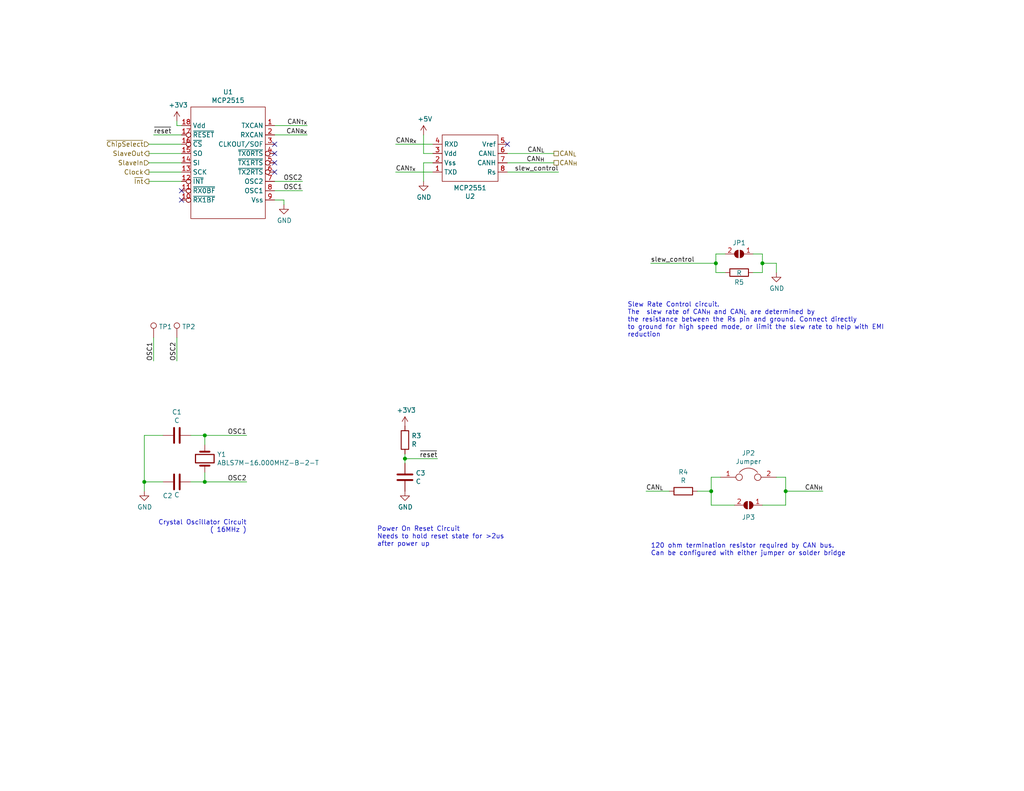
<source format=kicad_sch>
(kicad_sch (version 20201015) (generator eeschema)
  (paper "A")
  (title_block (title "Dennis") (date "2020-12-31") (rev "0.1.1") (company "eCafe Racer"))
  (lib_symbols
    (symbol "Connector:TestPoint" (pin_numbers hide) (pin_names (offset 0.762) hide)
      (property "Reference" "TP" (at 0 6.858 0))
      (property "Value" "TestPoint" (at 0 5.08 0))
      (symbol "TestPoint_0_1"
        (circle (center 0 3.302) (radius 0.762))
      )
      (symbol "TestPoint_1_1"
        (pin passive line (at 0 0 90) (length 2.54) (name "1") (number "1"))
      )
    )
    (symbol "Device:C" (pin_numbers hide) (pin_names (offset 0.254))
      (property "Reference" "C" (at 0.635 2.54 0))
      (property "Value" "C" (at 0.635 -2.54 0))
      (symbol "C_0_1"
        (polyline (pts (xy -2.032 -0.762) (xy 2.032 -0.762)) (stroke (width 0.508)))
        (polyline (pts (xy -2.032 0.762) (xy 2.032 0.762)) (stroke (width 0.508)))
      )
      (symbol "C_1_1"
        (pin passive line (at 0 3.81 270) (length 2.794) (name "~") (number "1"))
        (pin passive line (at 0 -3.81 90) (length 2.794) (name "~") (number "2"))
      )
    )
    (symbol "Device:Jumper" (pin_names (offset 0.762) hide)
      (property "Reference" "JP" (at 0 3.81 0))
      (property "Value" "Jumper" (at 0 -2.032 0))
      (symbol "Jumper_0_1"
        (arc (start -2.4892 1.27) (end 2.5146 1.27) (radius (at 0 -0.6604) (length 3.175) (angles 142.6 37.3)))
        (circle (center -2.54 0) (radius 0.889))
        (circle (center 2.54 0) (radius 0.889))
        (pin passive line (at -7.62 0 0) (length 4.191) (name "1") (number "1"))
        (pin passive line (at 7.62 0 180) (length 4.191) (name "2") (number "2"))
      )
    )
    (symbol "Device:R" (pin_numbers hide) (pin_names (offset 0))
      (property "Reference" "R" (at 2.032 0 90))
      (property "Value" "R" (at 0 0 90))
      (symbol "R_0_1"
        (rectangle (start -1.016 -2.54) (end 1.016 2.54) (stroke (width 0.254)))
      )
      (symbol "R_1_1"
        (pin passive line (at 0 3.81 270) (length 1.27) (name "~") (number "1"))
        (pin passive line (at 0 -3.81 90) (length 1.27) (name "~") (number "2"))
      )
    )
    (symbol "Jumper:SolderJumper_2_Open" (pin_names (offset 0) hide)
      (property "Reference" "JP" (at 0 2.032 0))
      (property "Value" "SolderJumper_2_Open" (at 0 -2.54 0))
      (symbol "SolderJumper_2_Open_0_1"
        (arc (start -0.254 1.016) (end -0.254 -1.016) (radius (at -0.254 0) (length 1.016) (angles 90.1 -90.1)))
        (arc (start -0.254 1.016) (end -0.254 -1.016) (radius (at -0.254 0) (length 1.016) (angles 90.1 -90.1)) (fill (type outline)))
        (arc (start 0.254 -1.016) (end 0.254 1.016) (radius (at 0.254 0) (length 1.016) (angles -89.9 89.9)))
        (arc (start 0.254 -1.016) (end 0.254 1.016) (radius (at 0.254 0) (length 1.016) (angles -89.9 89.9)) (fill (type outline)))
        (polyline (pts (xy -0.254 1.016) (xy -0.254 -1.016)))
        (polyline (pts (xy 0.254 1.016) (xy 0.254 -1.016)))
      )
      (symbol "SolderJumper_2_Open_1_1"
        (pin passive line (at -3.81 0 0) (length 2.54) (name "A") (number "1"))
        (pin passive line (at 3.81 0 180) (length 2.54) (name "B") (number "2"))
      )
    )
    (symbol "power:+3.3V" (power) (pin_names (offset 0))
      (property "Value" "+3.3V" (at 0 3.556 0))
      (symbol "+3.3V_0_1"
        (polyline (pts (xy -0.762 1.27) (xy 0 2.54)))
        (polyline (pts (xy 0 0) (xy 0 2.54)))
        (polyline (pts (xy 0 2.54) (xy 0.762 1.27)))
      )
      (symbol "+3.3V_1_1"
        (pin power_in line (at 0 0 90) (length 0) hide (name "+3V3") (number "1"))
      )
    )
    (symbol "power:+5V" (power) (pin_names (offset 0))
      (property "Value" "+5V" (at 0 3.556 0))
      (symbol "+5V_0_1"
        (polyline (pts (xy -0.762 1.27) (xy 0 2.54)))
        (polyline (pts (xy 0 0) (xy 0 2.54)))
        (polyline (pts (xy 0 2.54) (xy 0.762 1.27)))
      )
      (symbol "+5V_1_1"
        (pin power_in line (at 0 0 90) (length 0) hide (name "+5V") (number "1"))
      )
    )
    (symbol "power:GND" (power) (pin_names (offset 0))
      (property "Value" "GND" (at 0 -3.81 0))
      (symbol "GND_0_1"
        (polyline (pts (xy 0 0) (xy 0 -1.27) (xy 1.27 -1.27) (xy 0 -2.54) (xy -1.27 -1.27) (xy 0 -1.27)))
      )
      (symbol "GND_1_1"
        (pin power_in line (at 0 0 270) (length 0) hide (name "GND") (number "1"))
      )
    )
    (symbol "symbols:ABLS7M-16.000MHZ-B-2-T" (pin_numbers hide) (pin_names hide)
      (property "Reference" "Y" (at 0 3.81 0))
      (property "Value" "ABLS7M-16.000MHZ-B-2-T" (at 0 -5.08 0))
      (symbol "ABLS7M-16.000MHZ-B-2-T_0_1"
        (rectangle (start -1.143 2.54) (end 1.143 -2.54) (stroke (width 0.3048)))
        (polyline (pts (xy -2.54 0) (xy -1.905 0)))
        (polyline (pts (xy -1.905 -1.27) (xy -1.905 1.27)) (stroke (width 0.508)))
        (polyline (pts (xy 1.905 -1.27) (xy 1.905 1.27)) (stroke (width 0.508)))
        (polyline (pts (xy 2.54 0) (xy 1.905 0)))
      )
      (symbol "ABLS7M-16.000MHZ-B-2-T_1_1"
        (pin passive line (at -3.81 0 0) (length 1.27) (name "1") (number "1"))
        (pin passive line (at 3.81 0 180) (length 1.27) (name "2") (number "2"))
      )
    )
    (symbol "symbols:MCP2515"
      (property "Reference" "U" (at 2.54 17.78 0))
      (property "Value" "MCP2515" (at -5.08 17.78 0))
      (symbol "MCP2515_1_1"
        (rectangle (start -10.16 15.24) (end 10.16 -15.24))
        (pin output line (at -12.7 10.16 0) (length 2.54) (name "TXCAN") (number "1"))
        (pin output inverted (at 12.7 -10.16 180) (length 2.54) (name "~RX1BF") (number "10"))
        (pin output inverted (at 12.7 -7.62 180) (length 2.54) (name "~RX0BF") (number "11"))
        (pin output inverted (at 12.7 -5.08 180) (length 2.54) (name "~INT") (number "12"))
        (pin input line (at 12.7 -2.54 180) (length 2.54) (name "SCK") (number "13"))
        (pin input line (at 12.7 0 180) (length 2.54) (name "SI") (number "14"))
        (pin output line (at 12.7 2.54 180) (length 2.54) (name "SO") (number "15"))
        (pin input inverted (at 12.7 5.08 180) (length 2.54) (name "~CS") (number "16"))
        (pin input inverted (at 12.7 7.62 180) (length 2.54) (name "~RESET") (number "17"))
        (pin power_in line (at 12.7 10.16 180) (length 2.54) (name "Vdd") (number "18"))
        (pin input line (at -12.7 7.62 0) (length 2.54) (name "RXCAN") (number "2"))
        (pin output line (at -12.7 5.08 0) (length 2.54) (name "CLKOUT/SOF") (number "3"))
        (pin input inverted (at -12.7 2.54 0) (length 2.54) (name "~TX0RTS") (number "4"))
        (pin input inverted (at -12.7 0 0) (length 2.54) (name "~TX1RTS") (number "5"))
        (pin input inverted (at -12.7 -2.54 0) (length 2.54) (name "~TX2RTS") (number "6"))
        (pin output line (at -12.7 -5.08 0) (length 2.54) (name "OSC2") (number "7"))
        (pin input line (at -12.7 -7.62 0) (length 2.54) (name "OSC1") (number "8"))
        (pin power_in line (at -12.7 -10.16 0) (length 2.54) (name "Vss") (number "9"))
      )
    )
    (symbol "symbols:MCP2551"
      (property "Reference" "U" (at 5.08 10.16 0))
      (property "Value" "MCP2551" (at -2.54 10.16 0))
      (symbol "MCP2551_1_1"
        (rectangle (start -7.62 7.62) (end 7.62 -5.08))
        (pin input line (at -10.16 5.08 0) (length 2.54) (name "TXD") (number "1"))
        (pin power_in line (at -10.16 2.54 0) (length 2.54) (name "Vss") (number "2"))
        (pin power_in line (at -10.16 0 0) (length 2.54) (name "Vdd") (number "3"))
        (pin output line (at -10.16 -2.54 0) (length 2.54) (name "RXD") (number "4"))
        (pin output line (at 10.16 -2.54 180) (length 2.54) (name "Vref") (number "5"))
        (pin passive line (at 10.16 0 180) (length 2.54) (name "CANL") (number "6"))
        (pin passive line (at 10.16 2.54 180) (length 2.54) (name "CANH") (number "7"))
        (pin input line (at 10.16 5.08 180) (length 2.54) (name "Rs") (number "8"))
      )
    )
  )
  (junction (at 39.37 131.572) (diameter 0.9144))
  (junction (at 55.88 118.872) (diameter 0.9144))
  (junction (at 55.88 131.572) (diameter 0.9144))
  (junction (at 110.49 125.222) (diameter 0.9144))
  (junction (at 194.056 134.112) (diameter 0.9144))
  (junction (at 195.326 71.882) (diameter 0.9144))
  (junction (at 208.026 71.882) (diameter 0.9144))
  (junction (at 214.376 134.112) (diameter 0.9144))
  (no_connect (at 74.93 44.45))
  (no_connect (at 138.43 39.37))
  (no_connect (at 49.53 54.61))
  (no_connect (at 49.53 52.07))
  (no_connect (at 74.93 41.91))
  (no_connect (at 74.93 46.99))
  (no_connect (at 74.93 39.37))
  (wire (pts (xy 39.37 118.872) (xy 39.37 131.572)))
  (wire (pts (xy 39.37 131.572) (xy 39.37 134.112)))
  (wire (pts (xy 39.37 131.572) (xy 44.45 131.572)))
  (wire (pts (xy 40.64 39.37) (xy 49.53 39.37)))
  (wire (pts (xy 40.64 41.91) (xy 49.53 41.91)))
  (wire (pts (xy 40.64 44.45) (xy 49.53 44.45)))
  (wire (pts (xy 40.64 46.99) (xy 49.53 46.99)))
  (wire (pts (xy 40.64 49.53) (xy 49.53 49.53)))
  (wire (pts (xy 41.91 36.83) (xy 49.53 36.83)))
  (wire (pts (xy 41.91 92.202) (xy 41.91 98.552)))
  (wire (pts (xy 44.45 118.872) (xy 39.37 118.872)))
  (wire (pts (xy 48.26 33.02) (xy 48.26 34.29)))
  (wire (pts (xy 48.26 92.202) (xy 48.26 98.552)))
  (wire (pts (xy 49.53 34.29) (xy 48.26 34.29)))
  (wire (pts (xy 55.88 118.872) (xy 52.07 118.872)))
  (wire (pts (xy 55.88 118.872) (xy 55.88 121.412)))
  (wire (pts (xy 55.88 118.872) (xy 67.31 118.872)))
  (wire (pts (xy 55.88 129.032) (xy 55.88 131.572)))
  (wire (pts (xy 55.88 131.572) (xy 52.07 131.572)))
  (wire (pts (xy 55.88 131.572) (xy 67.31 131.572)))
  (wire (pts (xy 74.93 34.29) (xy 83.82 34.29)))
  (wire (pts (xy 74.93 36.83) (xy 83.82 36.83)))
  (wire (pts (xy 74.93 54.61) (xy 77.47 54.61)))
  (wire (pts (xy 77.47 54.61) (xy 77.47 55.88)))
  (wire (pts (xy 82.55 49.53) (xy 74.93 49.53)))
  (wire (pts (xy 82.55 52.07) (xy 74.93 52.07)))
  (wire (pts (xy 107.95 39.37) (xy 118.11 39.37)))
  (wire (pts (xy 107.95 46.99) (xy 118.11 46.99)))
  (wire (pts (xy 110.49 123.952) (xy 110.49 125.222)))
  (wire (pts (xy 110.49 125.222) (xy 110.49 126.492)))
  (wire (pts (xy 110.49 125.222) (xy 119.38 125.222)))
  (wire (pts (xy 115.57 36.83) (xy 115.57 41.91)))
  (wire (pts (xy 115.57 44.45) (xy 115.57 49.53)))
  (wire (pts (xy 118.11 41.91) (xy 115.57 41.91)))
  (wire (pts (xy 118.11 44.45) (xy 115.57 44.45)))
  (wire (pts (xy 138.43 41.91) (xy 151.13 41.91)))
  (wire (pts (xy 138.43 44.45) (xy 151.13 44.45)))
  (wire (pts (xy 138.43 46.99) (xy 152.4 46.99)))
  (wire (pts (xy 176.276 134.112) (xy 182.626 134.112)))
  (wire (pts (xy 177.546 71.882) (xy 195.326 71.882)))
  (wire (pts (xy 190.246 134.112) (xy 194.056 134.112)))
  (wire (pts (xy 194.056 130.302) (xy 196.596 130.302)))
  (wire (pts (xy 194.056 134.112) (xy 194.056 130.302)))
  (wire (pts (xy 194.056 134.112) (xy 194.056 137.922)))
  (wire (pts (xy 194.056 137.922) (xy 200.406 137.922)))
  (wire (pts (xy 195.326 69.342) (xy 195.326 71.882)))
  (wire (pts (xy 195.326 71.882) (xy 195.326 74.422)))
  (wire (pts (xy 195.326 74.422) (xy 197.866 74.422)))
  (wire (pts (xy 197.866 69.342) (xy 195.326 69.342)))
  (wire (pts (xy 205.486 69.342) (xy 208.026 69.342)))
  (wire (pts (xy 208.026 69.342) (xy 208.026 71.882)))
  (wire (pts (xy 208.026 71.882) (xy 208.026 74.422)))
  (wire (pts (xy 208.026 71.882) (xy 211.836 71.882)))
  (wire (pts (xy 208.026 74.422) (xy 205.486 74.422)))
  (wire (pts (xy 208.026 137.922) (xy 214.376 137.922)))
  (wire (pts (xy 211.836 71.882) (xy 211.836 74.422)))
  (wire (pts (xy 211.836 130.302) (xy 214.376 130.302)))
  (wire (pts (xy 214.376 130.302) (xy 214.376 134.112)))
  (wire (pts (xy 214.376 134.112) (xy 224.536 134.112)))
  (wire (pts (xy 214.376 137.922) (xy 214.376 134.112)))
  (text "Crystal Oscillator Circuit\n( 16MHz )" (at 67.31 145.542 180) (effects (font (size 1.27 1.27)) (justify right bottom)))
  (text "Power On Reset Circuit\nNeeds to hold reset state for >2us\nafter power up" (at 102.87 149.352 0) (effects (font (size 1.27 1.27)) (justify left bottom)))
  (text "Slew Rate Control circuit.\nThe  slew rate of CAN_{H} and CAN_{L} are determined by\nthe resistance between the Rs pin and ground. Connect directly\nto ground for high speed mode, or limit the slew rate to help with EMI\nreduction" (at 171.196 92.202 0) (effects (font (size 1.27 1.27)) (justify left bottom)))
  (text "120 ohm termination resistor required by CAN bus.\nCan be configured with either jumper or solder bridge" (at 177.546 151.892 0) (effects (font (size 1.27 1.27)) (justify left bottom)))
  (label "~reset" (at 41.91 36.83 0))
  (label "OSC1" (at 41.91 98.552 90))
  (label "OSC2" (at 48.26 98.552 90))
  (label "OSC1" (at 67.31 118.872 180))
  (label "OSC2" (at 67.31 131.572 180))
  (label "OSC2" (at 82.55 49.53 180))
  (label "OSC1" (at 82.55 52.07 180))
  (label "CAN_{Tx}" (at 83.82 34.29 180))
  (label "CAN_{Rx}" (at 83.82 36.83 180))
  (label "CAN_{Rx}" (at 107.95 39.37 0))
  (label "CAN_{Tx}" (at 107.95 46.99 0))
  (label "~reset" (at 119.38 125.222 180))
  (label "CAN_{L}" (at 148.59 41.91 180))
  (label "CAN_{H}" (at 148.59 44.45 180))
  (label "slew_control" (at 152.4 46.99 180))
  (label "CAN_{L}" (at 176.276 134.112 0))
  (label "slew_control" (at 177.546 71.882 0))
  (label "CAN_{H}" (at 224.536 134.112 180))
  (hierarchical_label "~ChipSelect" (shape input) (at 40.64 39.37 180))
  (hierarchical_label "SlaveOut" (shape output) (at 40.64 41.91 180))
  (hierarchical_label "SlaveIn" (shape input) (at 40.64 44.45 180))
  (hierarchical_label "Clock" (shape output) (at 40.64 46.99 180))
  (hierarchical_label "~Int" (shape output) (at 40.64 49.53 180))
  (hierarchical_label "CAN_{L}" (shape passive) (at 151.13 41.91 0))
  (hierarchical_label "CAN_{H}" (shape passive) (at 151.13 44.45 0))
  (symbol (lib_id "Connector:TestPoint") (at 41.91 92.202 0) (unit 1)
    (property "Reference" "TP1" (at 43.3071 89.2111 0) (effects (justify left)))
    (property "Value" "TestPoint" (effects hide))
    (property "Footprint" "TestPoint:TestPoint_Pad_D1.5mm" (effects hide))
  )
  (symbol (lib_id "Connector:TestPoint") (at 48.26 92.202 0) (unit 1)
    (property "Reference" "TP2" (at 49.6571 89.2111 0) (effects (justify left)))
    (property "Value" "TestPoint" (effects hide))
    (property "Footprint" "TestPoint:TestPoint_Pad_D1.5mm" (effects hide))
  )
  (symbol (lib_id "power:+3.3V") (at 48.26 33.02 0) (unit 1)
    (property "Reference" "#PWR0108" (effects hide))
    (property "Value" "+3.3V" (at 48.6283 28.6956 0))
  )
  (symbol (lib_id "power:+3.3V") (at 110.49 116.332 0) (unit 1)
    (property "Reference" "#PWR0113" (effects hide))
    (property "Value" "+3.3V" (at 110.8583 112.0076 0))
  )
  (symbol (lib_id "power:+5V") (at 115.57 36.83 0) (unit 1)
    (property "Reference" "#PWR0111" (effects hide))
    (property "Value" "+5V" (at 115.9383 32.5056 0))
  )
  (symbol (lib_id "power:GND") (at 39.37 134.112 0) (unit 1)
    (property "Reference" "#PWR0109" (effects hide))
    (property "Value" "GND" (at 39.4843 138.4364 0))
  )
  (symbol (lib_id "power:GND") (at 77.47 55.88 0) (unit 1)
    (property "Reference" "#PWR0114" (effects hide))
    (property "Value" "GND" (at 77.5843 60.2044 0))
  )
  (symbol (lib_id "power:GND") (at 110.49 134.112 0) (unit 1)
    (property "Reference" "#PWR0112" (effects hide))
    (property "Value" "GND" (at 110.6043 138.4364 0))
  )
  (symbol (lib_id "power:GND") (at 115.57 49.53 0) (unit 1)
    (property "Reference" "#PWR0110" (effects hide))
    (property "Value" "GND" (at 115.6843 53.8544 0))
  )
  (symbol (lib_id "power:GND") (at 211.836 74.422 0) (unit 1)
    (property "Reference" "#PWR0107" (effects hide))
    (property "Value" "GND" (at 211.9503 78.7464 0))
  )
  (symbol (lib_id "Device:R") (at 110.49 120.142 180) (unit 1)
    (property "Reference" "R3" (at 112.2681 118.9926 0) (effects (justify right)))
    (property "Value" "R" (at 112.2681 121.2913 0) (effects (justify right)))
    (property "Footprint" "Resistor_SMD:R_0805_2012Metric" (effects hide))
  )
  (symbol (lib_id "Device:R") (at 186.436 134.112 90) (unit 1)
    (property "Reference" "R4" (at 186.436 128.8858 90))
    (property "Value" "R" (at 186.436 131.1845 90))
    (property "Footprint" "Resistor_SMD:R_0805_2012Metric" (effects hide))
  )
  (symbol (lib_id "Device:R") (at 201.676 74.422 90) (unit 1)
    (property "Reference" "R5" (at 201.676 77.0698 90))
    (property "Value" "R" (at 201.676 74.5425 90))
    (property "Footprint" "Resistor_SMD:R_0805_2012Metric" (effects hide))
  )
  (symbol (lib_id "Jumper:SolderJumper_2_Open") (at 201.676 69.342 180) (unit 1)
    (property "Reference" "JP1" (at 201.676 66.3002 0))
    (property "Value" "SolderJumper_2_Open" (effects hide))
  )
  (symbol (lib_id "Jumper:SolderJumper_2_Open") (at 204.216 137.922 180) (unit 1)
    (property "Reference" "JP3" (at 204.216 141.2302 0))
    (property "Value" "SolderJumper_2_Open" (effects hide))
  )
  (symbol (lib_id "Device:C") (at 48.26 118.872 270) (mirror x) (unit 1)
    (property "Reference" "C1" (at 48.26 112.5028 90))
    (property "Value" "C" (at 48.26 114.8015 90))
    (property "Footprint" "Capacitor_SMD:C_0805_2012Metric" (effects hide))
  )
  (symbol (lib_id "Device:C") (at 48.26 131.572 270) (mirror x) (unit 1)
    (property "Reference" "C2" (at 45.72 135.3628 90))
    (property "Value" "C" (at 48.26 135.1215 90))
    (property "Footprint" "Capacitor_SMD:C_0805_2012Metric" (effects hide))
  )
  (symbol (lib_id "Device:C") (at 110.49 130.302 0) (unit 1)
    (property "Reference" "C3" (at 113.4111 129.1526 0) (effects (justify left)))
    (property "Value" "C" (at 113.4111 131.4513 0) (effects (justify left)))
    (property "Footprint" "Capacitor_SMD:C_0805_2012Metric" (effects hide))
  )
  (symbol (lib_id "symbols:ABLS7M-16.000MHZ-B-2-T") (at 55.88 125.222 90) (unit 1)
    (property "Reference" "Y1" (at 59.2075 124.0726 90) (effects (justify right)))
    (property "Value" "ABLS7M-16.000MHZ-B-2-T" (at 59.2075 126.3713 90) (effects (justify right)))
    (property "Datasheet" "https://abracon.com/Resonators/ABLS7M.pdf" (effects hide))
    (property "Vendor" "Digikey" (effects hide))
    (property "Vendor Part" "535-13416-1-ND" (effects hide))
    (property "Manufacturer" "Abracon LLC" (effects hide))
    (property "Manufacturer Part" "ABLS7M-16.000MHZ-B-2-T" (effects hide))
  )
  (symbol (lib_id "Device:Jumper") (at 204.216 130.302 0) (unit 1)
    (property "Reference" "JP2" (at 204.216 123.7042 0))
    (property "Value" "Jumper" (at 204.216 126.0029 0))
  )
  (symbol (lib_id "symbols:MCP2551") (at 128.27 41.91 0) (mirror x) (unit 1)
    (property "Reference" "U2" (at 128.27 53.6132 0))
    (property "Value" "MCP2551" (at 128.27 51.3145 0))
    (property "Footprint" "Package_SO:SO-8_3.9x4.9mm_P1.27mm" (effects hide))
    (property "Datasheet" "https://ww1.microchip.com/downloads/en/DeviceDoc/20001667G.pdf" (effects hide))
    (property "Vendor" "Digikey" (effects hide))
    (property "Vendor Part" "MCP2551T-E/SNCT-ND" (effects hide))
    (property "Manufacturer" "Microchip Technology" (effects hide))
    (property "Manufacturer Part" "MCP2551T-E/SN" (effects hide))
  )
  (symbol (lib_id "symbols:MCP2515") (at 62.23 44.45 0) (mirror y) (unit 1)
    (property "Reference" "U1" (at 62.23 25.1268 0))
    (property "Value" "MCP2515" (at 62.23 27.4255 0))
    (property "Footprint" "Package_SO:SOIC-18W_7.5x11.6mm_P1.27mm" (effects hide))
    (property "Datasheet" "https://ww1.microchip.com/downloads/en/DeviceDoc/MCP2515-Stand-Alone-CAN-Controller-with-SPI-20001801J.pdf" (effects hide))
    (property "Vendor" "Digikey" (effects hide))
    (property "Vendor Part" "MCP2515T-I/SOTR-ND" (effects hide))
    (property "Manufacturer" "Microchip Technology" (effects hide))
    (property "Manufacturer Part" "MCP2515T-I/SO" (effects hide))
  )
)
</source>
